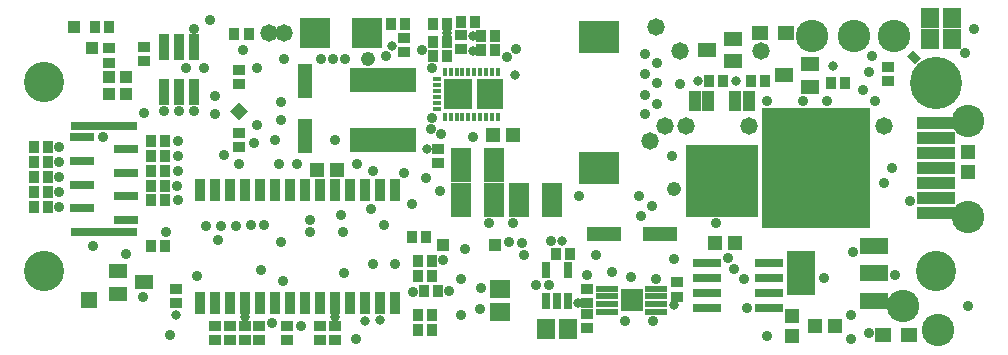
<source format=gts>
G75*
G70*
%OFA0B0*%
%FSLAX24Y24*%
%IPPOS*%
%LPD*%
%AMOC8*
5,1,8,0,0,1.08239X$1,22.5*
%
%ADD10R,0.1261X0.0395*%
%ADD11R,0.3623X0.4017*%
%ADD12C,0.1340*%
%ADD13R,0.1025X0.1025*%
%ADD14R,0.0356X0.0434*%
%ADD15R,0.0434X0.0356*%
%ADD16R,0.0631X0.0474*%
%ADD17R,0.0960X0.0560*%
%ADD18R,0.0946X0.1497*%
%ADD19R,0.0513X0.0474*%
%ADD20R,0.0474X0.0513*%
%ADD21R,0.0946X0.0316*%
%ADD22R,0.0118X0.0295*%
%ADD23R,0.0858X0.1039*%
%ADD24R,0.0929X0.1039*%
%ADD25R,0.0295X0.0118*%
%ADD26R,0.1340X0.1064*%
%ADD27R,0.0592X0.0671*%
%ADD28C,0.1080*%
%ADD29R,0.0808X0.0316*%
%ADD30R,0.2245X0.0316*%
%ADD31R,0.0336X0.0749*%
%ADD32R,0.0395X0.0395*%
%ADD33R,0.0437X0.0437*%
%ADD34R,0.0437X0.0437*%
%ADD35R,0.0740X0.0240*%
%ADD36R,0.0760X0.0780*%
%ADD37R,0.0297X0.0552*%
%ADD38R,0.1182X0.0474*%
%ADD39R,0.2245X0.0808*%
%ADD40R,0.0710X0.1143*%
%ADD41R,0.0474X0.1182*%
%ADD42R,0.0380X0.0910*%
%ADD43R,0.0671X0.0592*%
%ADD44R,0.0580X0.0580*%
%ADD45R,0.0395X0.0710*%
%ADD46R,0.2442X0.2442*%
%ADD47R,0.0360X0.0280*%
%ADD48C,0.1740*%
%ADD49C,0.0316*%
%ADD50R,0.0552X0.0474*%
%ADD51C,0.0360*%
%ADD52C,0.0580*%
%ADD53C,0.0476*%
D10*
X051235Y045206D03*
X051235Y045706D03*
X051235Y046206D03*
X051235Y046706D03*
X051235Y047206D03*
X051235Y047706D03*
X051235Y048206D03*
D11*
X047258Y046706D03*
D12*
X051243Y049570D03*
X051243Y043271D03*
X021518Y043271D03*
X021518Y049570D03*
D13*
X030544Y051206D03*
X032276Y051206D03*
D14*
X033074Y051506D03*
X033546Y051506D03*
X034474Y051506D03*
X034946Y051506D03*
X035424Y051576D03*
X035896Y051576D03*
X036084Y051126D03*
X036084Y050656D03*
X036556Y050656D03*
X036556Y051126D03*
X034946Y050906D03*
X034946Y050466D03*
X034474Y050466D03*
X034474Y050906D03*
X028336Y051196D03*
X027864Y051196D03*
X023696Y051406D03*
X023224Y051406D03*
X025074Y047606D03*
X025546Y047606D03*
X025546Y047106D03*
X025074Y047106D03*
X025074Y046626D03*
X025546Y046626D03*
X025546Y046106D03*
X025546Y045656D03*
X025074Y045656D03*
X025074Y046106D03*
X025074Y044106D03*
X025546Y044106D03*
X021646Y045406D03*
X021174Y045406D03*
X021174Y045906D03*
X021646Y045906D03*
X021646Y046406D03*
X021174Y046406D03*
X021174Y046906D03*
X021646Y046906D03*
X021646Y047406D03*
X021174Y047406D03*
X033774Y044406D03*
X034246Y044406D03*
X034446Y043606D03*
X033974Y043606D03*
X033974Y043106D03*
X034446Y043106D03*
X034646Y042606D03*
X034174Y042606D03*
X033974Y041806D03*
X034446Y041806D03*
X034446Y041306D03*
X033974Y041306D03*
X038574Y043856D03*
X039046Y043856D03*
X043674Y049606D03*
X044146Y049606D03*
X045074Y049606D03*
X045546Y049606D03*
X047744Y049556D03*
X048216Y049556D03*
D15*
X027210Y040970D03*
X027210Y041443D03*
X027710Y041443D03*
X027710Y040970D03*
X028210Y040970D03*
X028680Y040970D03*
X028680Y041443D03*
X028210Y041443D03*
X029610Y041443D03*
X029610Y040970D03*
X030710Y040970D03*
X030710Y041443D03*
X031210Y041443D03*
X031210Y040970D03*
X025910Y042220D03*
X025910Y042693D03*
X028010Y047420D03*
X028010Y047893D03*
X028010Y049520D03*
X028010Y049993D03*
X024860Y050270D03*
X024860Y050743D03*
X023690Y050703D03*
X023690Y050230D03*
X033510Y050570D03*
X033510Y051043D03*
X035410Y051143D03*
X035410Y050670D03*
X034660Y047343D03*
X034660Y046870D03*
X039610Y042693D03*
X039610Y042220D03*
X039610Y041843D03*
X039610Y041370D03*
X042620Y042430D03*
X042620Y042903D03*
X049660Y049620D03*
X049660Y050093D03*
D16*
X047043Y050180D03*
X047043Y049432D03*
X046177Y049806D03*
X044493Y050282D03*
X044493Y051030D03*
X043627Y050656D03*
X024843Y042906D03*
X023977Y042532D03*
X023977Y043280D03*
D17*
X049180Y043206D03*
X049180Y042297D03*
X049180Y044116D03*
D18*
X046740Y043206D03*
D19*
X047226Y041436D03*
X047895Y041436D03*
X044545Y044206D03*
X043876Y044206D03*
X037145Y047806D03*
X036476Y047806D03*
X031295Y046656D03*
X030626Y046656D03*
D20*
X046455Y041791D03*
X046455Y041122D03*
X052310Y046572D03*
X052310Y047241D03*
D21*
X045669Y043560D03*
X045669Y043060D03*
X045669Y042560D03*
X045669Y042060D03*
X043622Y042060D03*
X043622Y042560D03*
X043622Y043060D03*
X043622Y043560D03*
D22*
X036647Y048425D03*
X036446Y048425D03*
X036250Y048425D03*
X036053Y048425D03*
X035856Y048425D03*
X035659Y048425D03*
X035462Y048425D03*
X035266Y048425D03*
X035070Y048425D03*
X034874Y048425D03*
X034869Y049928D03*
X035066Y049928D03*
X035266Y049928D03*
X035463Y049928D03*
X035660Y049928D03*
X035857Y049928D03*
X036054Y049928D03*
X036249Y049928D03*
X036447Y049928D03*
X036643Y049928D03*
D23*
X036392Y049177D03*
D24*
X035313Y049177D03*
D25*
X034617Y049080D03*
X034617Y049276D03*
X034617Y049476D03*
X034617Y049672D03*
X034617Y048882D03*
X034617Y048686D03*
D26*
X040010Y046721D03*
X040010Y051091D03*
D27*
X051036Y051006D03*
X051036Y051706D03*
X051784Y051706D03*
X051784Y051006D03*
X038984Y041366D03*
X038236Y041366D03*
D28*
X050160Y042106D03*
X051310Y041306D03*
X052310Y045086D03*
X052310Y048286D03*
X049860Y051106D03*
X048510Y051106D03*
X047110Y051106D03*
D29*
X024235Y047343D03*
X024235Y046555D03*
X024235Y045768D03*
X024235Y044981D03*
X022790Y045374D03*
X022790Y046162D03*
X022790Y046949D03*
X022790Y047736D03*
D30*
X023511Y048130D03*
X023511Y044587D03*
D31*
X026710Y045988D03*
X027210Y045988D03*
X027710Y045988D03*
X028210Y045988D03*
X028710Y045988D03*
X029210Y045988D03*
X029710Y045988D03*
X030210Y045988D03*
X030710Y045988D03*
X031210Y045988D03*
X031710Y045988D03*
X032210Y045988D03*
X032710Y045988D03*
X033210Y045988D03*
X033210Y042225D03*
X032710Y042225D03*
X032210Y042225D03*
X031710Y042225D03*
X031210Y042225D03*
X030710Y042225D03*
X030210Y042225D03*
X029710Y042225D03*
X029210Y042225D03*
X028710Y042225D03*
X028210Y042225D03*
X027710Y042225D03*
X027210Y042225D03*
X026710Y042225D03*
D32*
X024250Y049171D03*
X023690Y049171D03*
X023690Y049762D03*
X024250Y049762D03*
D33*
X023110Y050706D03*
X022510Y051406D03*
X034800Y044156D03*
X036560Y044156D03*
D34*
G36*
X027702Y048606D02*
X028010Y048914D01*
X028318Y048606D01*
X028010Y048298D01*
X027702Y048606D01*
G37*
D35*
X040290Y042691D03*
X040290Y042436D03*
X040290Y042180D03*
X040290Y041924D03*
X041930Y041924D03*
X041930Y042180D03*
X041930Y042436D03*
X041930Y042691D03*
D36*
X041110Y042306D03*
D37*
X038984Y042295D03*
X038610Y042295D03*
X038236Y042295D03*
X038236Y043318D03*
X038984Y043318D03*
D38*
X040185Y044506D03*
X042035Y044506D03*
D39*
X032810Y047653D03*
X032810Y049660D03*
D40*
X035409Y046806D03*
X036511Y046806D03*
X036511Y045656D03*
X037359Y045656D03*
X038461Y045656D03*
X035409Y045656D03*
D41*
X030210Y047781D03*
X030210Y049632D03*
D42*
X026510Y049256D03*
X026010Y049256D03*
X025510Y049256D03*
X025510Y050756D03*
X026010Y050756D03*
X026510Y050756D03*
D43*
X036710Y042680D03*
X036710Y041932D03*
D44*
X023010Y042306D03*
D45*
X043213Y048936D03*
X043661Y048936D03*
X044559Y048936D03*
X045008Y048936D03*
D46*
X044110Y046295D03*
D47*
G36*
X050538Y050180D02*
X050284Y050434D01*
X050482Y050632D01*
X050736Y050378D01*
X050538Y050180D01*
G37*
D48*
X051240Y049566D03*
D49*
X047810Y050106D03*
X044570Y049606D03*
X043330Y049606D03*
X037210Y049806D03*
X035810Y050616D03*
X035810Y051116D03*
X034940Y051206D03*
X033130Y050776D03*
X034280Y047346D03*
X038780Y044286D03*
X039310Y042206D03*
X042520Y042156D03*
X032720Y041666D03*
X032210Y041606D03*
X031210Y041756D03*
X028210Y041756D03*
X025910Y041806D03*
D50*
X045377Y051206D03*
X046243Y051206D03*
X049477Y041166D03*
X050343Y041166D03*
D51*
X049010Y041206D03*
X048410Y041006D03*
X048430Y041806D03*
X047510Y043061D03*
X048480Y043906D03*
X048010Y045356D03*
X046510Y045356D03*
X045710Y045156D03*
X045710Y045856D03*
X045710Y046656D03*
X045710Y047356D03*
X046510Y047356D03*
X048110Y047356D03*
X049770Y046706D03*
X049510Y046206D03*
X050370Y045626D03*
X049890Y043146D03*
X052310Y042106D03*
X045610Y041106D03*
X044950Y042056D03*
X044850Y043006D03*
X044510Y043356D03*
X044310Y043726D03*
X043910Y044886D03*
X042530Y043686D03*
X041910Y043006D03*
X041090Y043086D03*
X040460Y043256D03*
X039900Y043806D03*
X039610Y043156D03*
X038350Y042806D03*
X037910Y042806D03*
X037510Y043806D03*
X037460Y044206D03*
X037010Y044256D03*
X037160Y044896D03*
X036360Y044896D03*
X035560Y044006D03*
X034810Y043656D03*
X035410Y043006D03*
X035010Y042606D03*
X035410Y041806D03*
X036060Y042006D03*
X036070Y042706D03*
X033810Y042586D03*
X033210Y043506D03*
X032470Y043506D03*
X031510Y043206D03*
X031470Y044586D03*
X031410Y045156D03*
X032410Y045346D03*
X032860Y044806D03*
X033770Y045506D03*
X034260Y046396D03*
X034710Y045956D03*
X033510Y046556D03*
X032470Y046606D03*
X031960Y046856D03*
X031210Y047656D03*
X029960Y046856D03*
X029360Y046856D03*
X029210Y047656D03*
X029410Y048306D03*
X029410Y048906D03*
X028610Y048156D03*
X028510Y047556D03*
X028010Y046846D03*
X027510Y047136D03*
X025990Y047106D03*
X025990Y046626D03*
X025960Y046106D03*
X025970Y045646D03*
X025570Y044586D03*
X026910Y044796D03*
X027410Y044796D03*
X027310Y044306D03*
X027910Y044796D03*
X028410Y044806D03*
X028850Y044806D03*
X029410Y044256D03*
X030390Y044586D03*
X030390Y044986D03*
X029470Y042966D03*
X028760Y043306D03*
X026610Y043106D03*
X024810Y042406D03*
X025710Y041156D03*
X024260Y043856D03*
X023160Y044106D03*
X022010Y045406D03*
X022010Y045906D03*
X022010Y046406D03*
X022010Y046906D03*
X022010Y047406D03*
X023470Y047746D03*
X024860Y048556D03*
X025510Y048606D03*
X026010Y048606D03*
X026510Y048606D03*
X027200Y048526D03*
X027210Y049106D03*
X026860Y050056D03*
X026260Y050056D03*
X026510Y051356D03*
X027060Y051656D03*
X028160Y050656D03*
X028610Y050056D03*
X029510Y050356D03*
X030760Y050356D03*
X031160Y050356D03*
X031560Y050356D03*
X032910Y050446D03*
X034110Y050656D03*
X034460Y050056D03*
X035060Y049506D03*
X035330Y049336D03*
X035060Y049186D03*
X035330Y049006D03*
X035060Y048856D03*
X035610Y048856D03*
X035610Y049186D03*
X035610Y049506D03*
X036160Y049506D03*
X036160Y049186D03*
X036160Y048856D03*
X036610Y048856D03*
X036610Y049186D03*
X036610Y049506D03*
X036940Y050406D03*
X037250Y050676D03*
X034460Y048386D03*
X034410Y048006D03*
X034760Y047856D03*
X035830Y047756D03*
X039360Y045796D03*
X038430Y044286D03*
X041410Y045106D03*
X041790Y045456D03*
X041360Y045796D03*
X042460Y047106D03*
X041560Y048506D03*
X041960Y048856D03*
X041560Y049156D03*
X041960Y049556D03*
X041560Y049856D03*
X041960Y050206D03*
X041560Y050506D03*
X042710Y049506D03*
X045610Y048956D03*
X046810Y048956D03*
X047610Y048956D03*
X048810Y049306D03*
X049210Y048956D03*
X049010Y049906D03*
X049110Y050456D03*
X052210Y050556D03*
X052510Y051356D03*
X041110Y042306D03*
X040870Y041606D03*
X041810Y041606D03*
X031900Y041016D03*
X030090Y041466D03*
X029130Y041566D03*
X025990Y047606D03*
D52*
X029010Y051216D03*
X029510Y051206D03*
X041910Y051406D03*
X042710Y050606D03*
X042910Y048106D03*
X042210Y048106D03*
X041710Y047606D03*
X045010Y048106D03*
X045410Y050606D03*
X049510Y048106D03*
D53*
X042510Y046006D03*
X032310Y050356D03*
M02*

</source>
